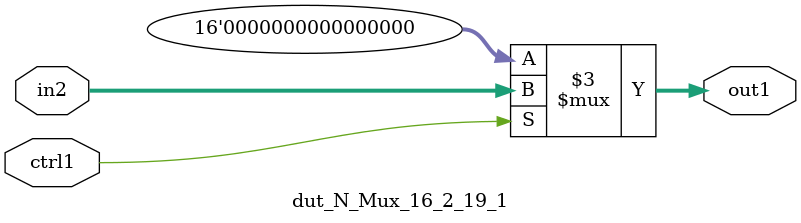
<source format=v>

`timescale 1ps / 1ps


module dut_N_Mux_16_2_19_1( in2, ctrl1, out1 );

    input [15:0] in2;
    input ctrl1;
    output [15:0] out1;
    reg [15:0] out1;

    
    // rtl_process:dut_N_Mux_16_2_19_1/dut_N_Mux_16_2_19_1_thread_1
    always @*
      begin : dut_N_Mux_16_2_19_1_thread_1
        case (ctrl1) 
          1'b1: 
            begin
              out1 = in2;
            end
          default: 
            begin
              out1 = 16'd00000;
            end
        endcase
      end

endmodule



</source>
